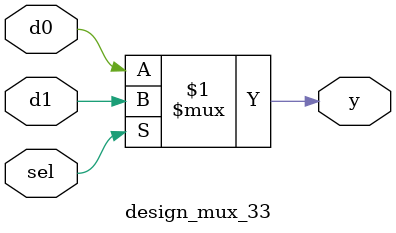
<source format=sv>
module design_mux_33(input logic sel, d0, d1, output logic y);
  assign y = sel ? d1 : d0;
endmodule

</source>
